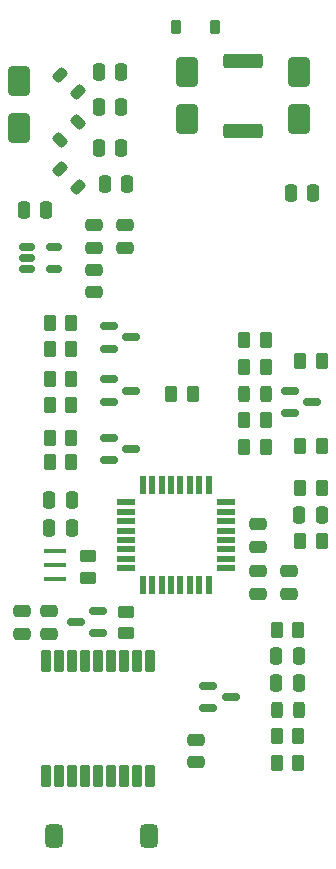
<source format=gbr>
%TF.GenerationSoftware,KiCad,Pcbnew,9.0.0*%
%TF.CreationDate,2025-06-23T21:15:42-05:00*%
%TF.ProjectId,ptSolar,7074536f-6c61-4722-9e6b-696361645f70,rev?*%
%TF.SameCoordinates,Original*%
%TF.FileFunction,Paste,Top*%
%TF.FilePolarity,Positive*%
%FSLAX46Y46*%
G04 Gerber Fmt 4.6, Leading zero omitted, Abs format (unit mm)*
G04 Created by KiCad (PCBNEW 9.0.0) date 2025-06-23 21:15:42*
%MOMM*%
%LPD*%
G01*
G04 APERTURE LIST*
G04 Aperture macros list*
%AMRoundRect*
0 Rectangle with rounded corners*
0 $1 Rounding radius*
0 $2 $3 $4 $5 $6 $7 $8 $9 X,Y pos of 4 corners*
0 Add a 4 corners polygon primitive as box body*
4,1,4,$2,$3,$4,$5,$6,$7,$8,$9,$2,$3,0*
0 Add four circle primitives for the rounded corners*
1,1,$1+$1,$2,$3*
1,1,$1+$1,$4,$5*
1,1,$1+$1,$6,$7*
1,1,$1+$1,$8,$9*
0 Add four rect primitives between the rounded corners*
20,1,$1+$1,$2,$3,$4,$5,0*
20,1,$1+$1,$4,$5,$6,$7,0*
20,1,$1+$1,$6,$7,$8,$9,0*
20,1,$1+$1,$8,$9,$2,$3,0*%
G04 Aperture macros list end*
%ADD10RoundRect,0.250000X0.262500X0.450000X-0.262500X0.450000X-0.262500X-0.450000X0.262500X-0.450000X0*%
%ADD11RoundRect,0.375000X0.375000X0.625000X-0.375000X0.625000X-0.375000X-0.625000X0.375000X-0.625000X0*%
%ADD12RoundRect,0.250000X-0.262500X-0.450000X0.262500X-0.450000X0.262500X0.450000X-0.262500X0.450000X0*%
%ADD13RoundRect,0.250000X0.475000X-0.250000X0.475000X0.250000X-0.475000X0.250000X-0.475000X-0.250000X0*%
%ADD14RoundRect,0.243750X-0.243750X-0.456250X0.243750X-0.456250X0.243750X0.456250X-0.243750X0.456250X0*%
%ADD15RoundRect,0.250000X-1.425000X0.362500X-1.425000X-0.362500X1.425000X-0.362500X1.425000X0.362500X0*%
%ADD16RoundRect,0.250000X0.250000X0.475000X-0.250000X0.475000X-0.250000X-0.475000X0.250000X-0.475000X0*%
%ADD17RoundRect,0.150000X-0.587500X-0.150000X0.587500X-0.150000X0.587500X0.150000X-0.587500X0.150000X0*%
%ADD18R,1.600000X0.550000*%
%ADD19R,0.550000X1.600000*%
%ADD20RoundRect,0.150000X-0.512500X-0.150000X0.512500X-0.150000X0.512500X0.150000X-0.512500X0.150000X0*%
%ADD21RoundRect,0.250000X-0.250000X-0.475000X0.250000X-0.475000X0.250000X0.475000X-0.250000X0.475000X0*%
%ADD22RoundRect,0.250000X-0.475000X0.250000X-0.475000X-0.250000X0.475000X-0.250000X0.475000X0.250000X0*%
%ADD23RoundRect,0.225000X0.225000X0.375000X-0.225000X0.375000X-0.225000X-0.375000X0.225000X-0.375000X0*%
%ADD24RoundRect,0.150000X0.587500X0.150000X-0.587500X0.150000X-0.587500X-0.150000X0.587500X-0.150000X0*%
%ADD25RoundRect,0.080000X0.320000X-0.820000X0.320000X0.820000X-0.320000X0.820000X-0.320000X-0.820000X0*%
%ADD26RoundRect,0.218750X0.114905X-0.424264X0.424264X-0.114905X-0.114905X0.424264X-0.424264X0.114905X0*%
%ADD27RoundRect,0.250000X-0.450000X0.262500X-0.450000X-0.262500X0.450000X-0.262500X0.450000X0.262500X0*%
%ADD28RoundRect,0.250000X0.650000X-1.000000X0.650000X1.000000X-0.650000X1.000000X-0.650000X-1.000000X0*%
%ADD29RoundRect,0.218750X0.424264X0.114905X0.114905X0.424264X-0.424264X-0.114905X-0.114905X-0.424264X0*%
%ADD30R,1.900000X0.400000*%
%ADD31RoundRect,0.243750X0.243750X0.456250X-0.243750X0.456250X-0.243750X-0.456250X0.243750X-0.456250X0*%
G04 APERTURE END LIST*
D10*
%TO.C,R20*%
X160662500Y-106500000D03*
X158837500Y-106500000D03*
%TD*%
D11*
%TO.C,ANT1*%
X142750000Y-139500000D03*
X150750000Y-139500000D03*
%TD*%
D12*
%TO.C,R17*%
X158837500Y-97500000D03*
X160662500Y-97500000D03*
%TD*%
D10*
%TO.C,R7*%
X163432500Y-133250000D03*
X161607500Y-133250000D03*
%TD*%
D12*
%TO.C,R12*%
X142385974Y-103001526D03*
X144210974Y-103001526D03*
%TD*%
D13*
%TO.C,C7*%
X146125000Y-93400000D03*
X146125000Y-91500000D03*
%TD*%
D14*
%TO.C,D5*%
X158832500Y-102000000D03*
X160707500Y-102000000D03*
%TD*%
D15*
%TO.C,R1*%
X158750000Y-73810000D03*
X158750000Y-79735000D03*
%TD*%
D12*
%TO.C,R10*%
X142385974Y-107753052D03*
X144210974Y-107753052D03*
%TD*%
D16*
%TO.C,C16*%
X148950000Y-84250000D03*
X147050000Y-84250000D03*
%TD*%
%TO.C,C14*%
X163450000Y-126500000D03*
X161550000Y-126500000D03*
%TD*%
D12*
%TO.C,R21*%
X158837500Y-104250000D03*
X160662500Y-104250000D03*
%TD*%
D17*
%TO.C,Q2*%
X147375000Y-100801526D03*
X147375000Y-102701526D03*
X149250000Y-101751526D03*
%TD*%
D18*
%TO.C,U2*%
X148800000Y-111200000D03*
X148800000Y-112000000D03*
X148800000Y-112800000D03*
X148800000Y-113600000D03*
X148800000Y-114400000D03*
X148800000Y-115200000D03*
X148800000Y-116000000D03*
X148800000Y-116800000D03*
D19*
X150250000Y-118250000D03*
X151050000Y-118250000D03*
X151850000Y-118250000D03*
X152650000Y-118250000D03*
X153450000Y-118250000D03*
X154250000Y-118250000D03*
X155050000Y-118250000D03*
X155850000Y-118250000D03*
D18*
X157300000Y-116800000D03*
X157300000Y-116000000D03*
X157300000Y-115200000D03*
X157300000Y-114400000D03*
X157300000Y-113600000D03*
X157300000Y-112800000D03*
X157300000Y-112000000D03*
X157300000Y-111200000D03*
D19*
X155850000Y-109750000D03*
X155050000Y-109750000D03*
X154250000Y-109750000D03*
X153450000Y-109750000D03*
X152650000Y-109750000D03*
X151850000Y-109750000D03*
X151050000Y-109750000D03*
X150250000Y-109750000D03*
%TD*%
D10*
%TO.C,R11*%
X144210974Y-105753052D03*
X142385974Y-105753052D03*
%TD*%
D20*
%TO.C,U1*%
X140487500Y-89550000D03*
X140487500Y-90500000D03*
X140487500Y-91450000D03*
X142762500Y-91450000D03*
X142762500Y-89550000D03*
%TD*%
D21*
%TO.C,C2*%
X163530000Y-112250000D03*
X165430000Y-112250000D03*
%TD*%
D22*
%TO.C,C11*%
X160000000Y-117050000D03*
X160000000Y-118950000D03*
%TD*%
D10*
%TO.C,R22*%
X154512500Y-102000000D03*
X152687500Y-102000000D03*
%TD*%
D22*
%TO.C,C12*%
X162600000Y-117050000D03*
X162600000Y-118950000D03*
%TD*%
D23*
%TO.C,D3*%
X156400000Y-71000000D03*
X153100000Y-71000000D03*
%TD*%
D17*
%TO.C,U5*%
X155825000Y-126750000D03*
X155825000Y-128650000D03*
X157700000Y-127700000D03*
%TD*%
D13*
%TO.C,C5*%
X154750000Y-133200000D03*
X154750000Y-131300000D03*
%TD*%
D24*
%TO.C,Q5*%
X146500000Y-122300000D03*
X146500000Y-120400000D03*
X144625000Y-121350000D03*
%TD*%
D16*
%TO.C,C10*%
X144250000Y-113400000D03*
X142350000Y-113400000D03*
%TD*%
D12*
%TO.C,R2*%
X163587500Y-109970000D03*
X165412500Y-109970000D03*
%TD*%
D22*
%TO.C,C8*%
X146125000Y-87750000D03*
X146125000Y-89650000D03*
%TD*%
D25*
%TO.C,U4*%
X150850000Y-124650000D03*
X149750000Y-124650000D03*
X148650000Y-124650000D03*
X147550000Y-124650000D03*
X146450000Y-124650000D03*
X145350000Y-124650000D03*
X144250000Y-124650000D03*
X143150000Y-124650000D03*
X142050000Y-124650000D03*
X142050000Y-134350000D03*
X143150000Y-134350000D03*
X144250000Y-134350000D03*
X145350000Y-134350000D03*
X146450000Y-134350000D03*
X147550000Y-134350000D03*
X148650000Y-134350000D03*
X149750000Y-134350000D03*
X150850000Y-134350000D03*
%TD*%
D26*
%TO.C,L2*%
X143248699Y-80501301D03*
X144751301Y-78998699D03*
%TD*%
D27*
%TO.C,R23*%
X148800000Y-120487500D03*
X148800000Y-122312500D03*
%TD*%
D16*
%TO.C,C18*%
X148450000Y-77750000D03*
X146550000Y-77750000D03*
%TD*%
D27*
%TO.C,R6*%
X145600000Y-115787500D03*
X145600000Y-117612500D03*
%TD*%
D28*
%TO.C,D1*%
X139750000Y-79500000D03*
X139750000Y-75500000D03*
%TD*%
D16*
%TO.C,C19*%
X148450000Y-74750000D03*
X146550000Y-74750000D03*
%TD*%
D12*
%TO.C,R4*%
X158837500Y-99727500D03*
X160662500Y-99727500D03*
%TD*%
D10*
%TO.C,R3*%
X165412500Y-114500000D03*
X163587500Y-114500000D03*
%TD*%
%TO.C,R19*%
X165412500Y-99250000D03*
X163587500Y-99250000D03*
%TD*%
D22*
%TO.C,C9*%
X148750000Y-87750000D03*
X148750000Y-89650000D03*
%TD*%
D13*
%TO.C,C13*%
X160000000Y-114950000D03*
X160000000Y-113050000D03*
%TD*%
D17*
%TO.C,Q4*%
X162712500Y-101756250D03*
X162712500Y-103656250D03*
X164587500Y-102706250D03*
%TD*%
D21*
%TO.C,C6*%
X140175000Y-86450000D03*
X142075000Y-86450000D03*
%TD*%
%TO.C,C15*%
X161550000Y-124250000D03*
X163450000Y-124250000D03*
%TD*%
D10*
%TO.C,R13*%
X144210974Y-100751526D03*
X142385974Y-100751526D03*
%TD*%
D29*
%TO.C,L1*%
X144751301Y-84501301D03*
X143248699Y-82998699D03*
%TD*%
D13*
%TO.C,C21*%
X140000000Y-122350000D03*
X140000000Y-120450000D03*
%TD*%
D30*
%TO.C,Y1*%
X142850000Y-117700000D03*
X142850000Y-116500000D03*
X142850000Y-115300000D03*
%TD*%
D29*
%TO.C,L3*%
X144751301Y-76501301D03*
X143248699Y-74998699D03*
%TD*%
D16*
%TO.C,C4*%
X164700000Y-85000000D03*
X162800000Y-85000000D03*
%TD*%
D12*
%TO.C,R5*%
X161607500Y-131000000D03*
X163432500Y-131000000D03*
%TD*%
D31*
%TO.C,D6*%
X163477500Y-128750000D03*
X161602500Y-128750000D03*
%TD*%
D12*
%TO.C,R16*%
X161587500Y-122000000D03*
X163412500Y-122000000D03*
%TD*%
D28*
%TO.C,D2*%
X163500000Y-78750000D03*
X163500000Y-74750000D03*
%TD*%
D12*
%TO.C,R14*%
X142385974Y-98250000D03*
X144210974Y-98250000D03*
%TD*%
D17*
%TO.C,Q3*%
X147375000Y-96300000D03*
X147375000Y-98200000D03*
X149250000Y-97250000D03*
%TD*%
D10*
%TO.C,R18*%
X165412500Y-106456250D03*
X163587500Y-106456250D03*
%TD*%
D21*
%TO.C,C3*%
X142328474Y-111000000D03*
X144228474Y-111000000D03*
%TD*%
D28*
%TO.C,D4*%
X154000000Y-78750000D03*
X154000000Y-74750000D03*
%TD*%
D17*
%TO.C,Q1*%
X147375000Y-105753052D03*
X147375000Y-107653052D03*
X149250000Y-106703052D03*
%TD*%
D16*
%TO.C,C17*%
X148450000Y-81250000D03*
X146550000Y-81250000D03*
%TD*%
D10*
%TO.C,R15*%
X144210974Y-96000000D03*
X142385974Y-96000000D03*
%TD*%
D13*
%TO.C,C20*%
X142300000Y-122350000D03*
X142300000Y-120450000D03*
%TD*%
M02*

</source>
